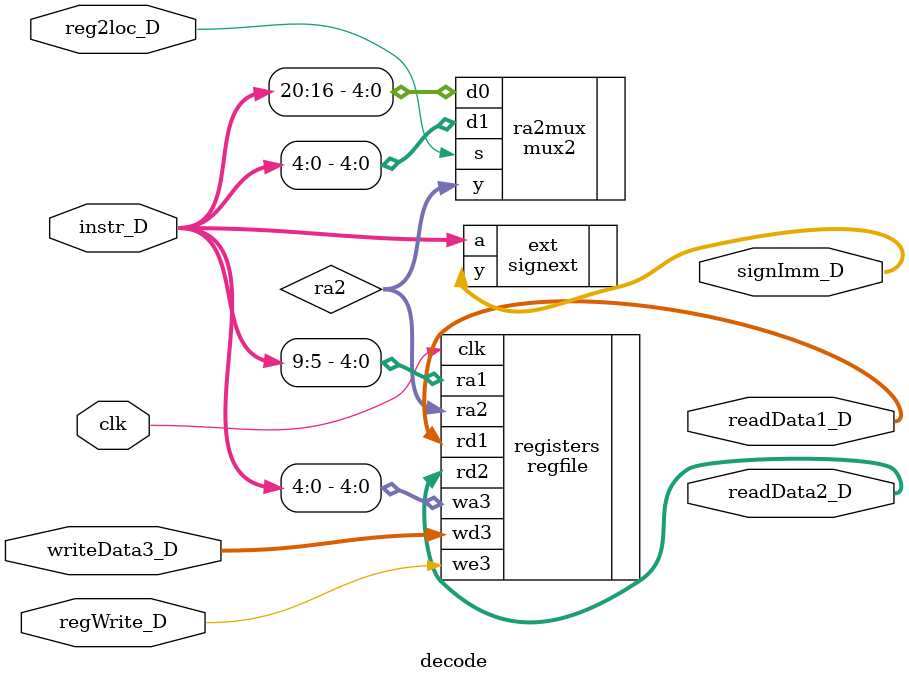
<source format=sv>

module decode #(parameter N = 64)
					(input logic regWrite_D, reg2loc_D, clk,
					input logic [N-1:0] writeData3_D,
					input logic [31:0] instr_D,
					output logic [N-1:0] signImm_D, readData1_D, readData2_D); 
					
	logic [4:0] ra2;			
	
	mux2 	#(5) 	ra2mux		(.d0(instr_D[20:16]), .d1(instr_D[4:0]), .s(reg2loc_D), .y(ra2));
	
	regfile 		registers 	(.clk(clk), .we3(regWrite_D), .ra1(instr_D[9:5]), .ra2(ra2), .wa3(instr_D[4:0]), 
									.wd3(writeData3_D), .rd1(readData1_D), .rd2(readData2_D));
	
									
	signext 		ext			(.a(instr_D), .y(signImm_D));	
	
endmodule
</source>
